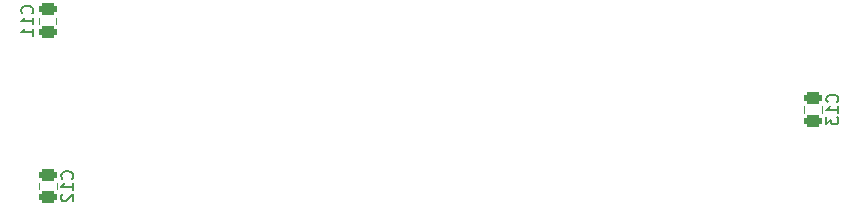
<source format=gbo>
G04 #@! TF.GenerationSoftware,KiCad,Pcbnew,(6.0.10)*
G04 #@! TF.CreationDate,2023-02-06T13:43:24-03:00*
G04 #@! TF.ProjectId,PowerSupply_HW,506f7765-7253-4757-9070-6c795f48572e,rev?*
G04 #@! TF.SameCoordinates,Original*
G04 #@! TF.FileFunction,Legend,Bot*
G04 #@! TF.FilePolarity,Positive*
%FSLAX46Y46*%
G04 Gerber Fmt 4.6, Leading zero omitted, Abs format (unit mm)*
G04 Created by KiCad (PCBNEW (6.0.10)) date 2023-02-06 13:43:24*
%MOMM*%
%LPD*%
G01*
G04 APERTURE LIST*
G04 Aperture macros list*
%AMRoundRect*
0 Rectangle with rounded corners*
0 $1 Rounding radius*
0 $2 $3 $4 $5 $6 $7 $8 $9 X,Y pos of 4 corners*
0 Add a 4 corners polygon primitive as box body*
4,1,4,$2,$3,$4,$5,$6,$7,$8,$9,$2,$3,0*
0 Add four circle primitives for the rounded corners*
1,1,$1+$1,$2,$3*
1,1,$1+$1,$4,$5*
1,1,$1+$1,$6,$7*
1,1,$1+$1,$8,$9*
0 Add four rect primitives between the rounded corners*
20,1,$1+$1,$2,$3,$4,$5,0*
20,1,$1+$1,$4,$5,$6,$7,0*
20,1,$1+$1,$6,$7,$8,$9,0*
20,1,$1+$1,$8,$9,$2,$3,0*%
G04 Aperture macros list end*
%ADD10C,0.150000*%
%ADD11C,0.120000*%
%ADD12C,7.000000*%
%ADD13R,1.700000X1.700000*%
%ADD14O,1.700000X1.700000*%
%ADD15RoundRect,0.250000X-0.475000X0.250000X-0.475000X-0.250000X0.475000X-0.250000X0.475000X0.250000X0*%
%ADD16RoundRect,0.250000X0.475000X-0.250000X0.475000X0.250000X-0.475000X0.250000X-0.475000X-0.250000X0*%
G04 APERTURE END LIST*
D10*
X78297142Y-42087142D02*
X78344761Y-42039523D01*
X78392380Y-41896666D01*
X78392380Y-41801428D01*
X78344761Y-41658571D01*
X78249523Y-41563333D01*
X78154285Y-41515714D01*
X77963809Y-41468095D01*
X77820952Y-41468095D01*
X77630476Y-41515714D01*
X77535238Y-41563333D01*
X77440000Y-41658571D01*
X77392380Y-41801428D01*
X77392380Y-41896666D01*
X77440000Y-42039523D01*
X77487619Y-42087142D01*
X78392380Y-43039523D02*
X78392380Y-42468095D01*
X78392380Y-42753809D02*
X77392380Y-42753809D01*
X77535238Y-42658571D01*
X77630476Y-42563333D01*
X77678095Y-42468095D01*
X78392380Y-43991904D02*
X78392380Y-43420476D01*
X78392380Y-43706190D02*
X77392380Y-43706190D01*
X77535238Y-43610952D01*
X77630476Y-43515714D01*
X77678095Y-43420476D01*
X81677142Y-56107142D02*
X81724761Y-56059523D01*
X81772380Y-55916666D01*
X81772380Y-55821428D01*
X81724761Y-55678571D01*
X81629523Y-55583333D01*
X81534285Y-55535714D01*
X81343809Y-55488095D01*
X81200952Y-55488095D01*
X81010476Y-55535714D01*
X80915238Y-55583333D01*
X80820000Y-55678571D01*
X80772380Y-55821428D01*
X80772380Y-55916666D01*
X80820000Y-56059523D01*
X80867619Y-56107142D01*
X81772380Y-57059523D02*
X81772380Y-56488095D01*
X81772380Y-56773809D02*
X80772380Y-56773809D01*
X80915238Y-56678571D01*
X81010476Y-56583333D01*
X81058095Y-56488095D01*
X80867619Y-57440476D02*
X80820000Y-57488095D01*
X80772380Y-57583333D01*
X80772380Y-57821428D01*
X80820000Y-57916666D01*
X80867619Y-57964285D01*
X80962857Y-58011904D01*
X81058095Y-58011904D01*
X81200952Y-57964285D01*
X81772380Y-57392857D01*
X81772380Y-58011904D01*
X146457142Y-49607142D02*
X146504761Y-49559523D01*
X146552380Y-49416666D01*
X146552380Y-49321428D01*
X146504761Y-49178571D01*
X146409523Y-49083333D01*
X146314285Y-49035714D01*
X146123809Y-48988095D01*
X145980952Y-48988095D01*
X145790476Y-49035714D01*
X145695238Y-49083333D01*
X145600000Y-49178571D01*
X145552380Y-49321428D01*
X145552380Y-49416666D01*
X145600000Y-49559523D01*
X145647619Y-49607142D01*
X146552380Y-50559523D02*
X146552380Y-49988095D01*
X146552380Y-50273809D02*
X145552380Y-50273809D01*
X145695238Y-50178571D01*
X145790476Y-50083333D01*
X145838095Y-49988095D01*
X145552380Y-50892857D02*
X145552380Y-51511904D01*
X145933333Y-51178571D01*
X145933333Y-51321428D01*
X145980952Y-51416666D01*
X146028571Y-51464285D01*
X146123809Y-51511904D01*
X146361904Y-51511904D01*
X146457142Y-51464285D01*
X146504761Y-51416666D01*
X146552380Y-51321428D01*
X146552380Y-51035714D01*
X146504761Y-50940476D01*
X146457142Y-50892857D01*
D11*
X78885000Y-42468748D02*
X78885000Y-42991252D01*
X80355000Y-42468748D02*
X80355000Y-42991252D01*
X80375000Y-57011252D02*
X80375000Y-56488748D01*
X78905000Y-57011252D02*
X78905000Y-56488748D01*
X143685000Y-50511252D02*
X143685000Y-49988748D01*
X145155000Y-50511252D02*
X145155000Y-49988748D01*
%LPC*%
D12*
X150749000Y-40767000D03*
D13*
X151040000Y-48685000D03*
D14*
X151040000Y-51225000D03*
D12*
X98882200Y-124307600D03*
D13*
X112370000Y-68450000D03*
D14*
X109830000Y-68450000D03*
X107290000Y-68450000D03*
X104750000Y-68450000D03*
D12*
X60071000Y-66243200D03*
D13*
X138049000Y-68500000D03*
D14*
X140589000Y-68500000D03*
X143129000Y-68500000D03*
X145669000Y-68500000D03*
D13*
X69885000Y-63900000D03*
D14*
X72425000Y-63900000D03*
D13*
X60520200Y-44219000D03*
D14*
X60520200Y-41679000D03*
D13*
X60511000Y-55081000D03*
D14*
X60511000Y-57621000D03*
X83440200Y-41739000D03*
D13*
X83440200Y-44279000D03*
D14*
X83472600Y-57570200D03*
D13*
X83472600Y-55030200D03*
X121650000Y-68500000D03*
D14*
X124190000Y-68500000D03*
X126730000Y-68500000D03*
X129270000Y-68500000D03*
D13*
X93510000Y-44275000D03*
D14*
X93510000Y-41735000D03*
D13*
X104975000Y-41860000D03*
D14*
X104953000Y-44370400D03*
X104953000Y-56765600D03*
D13*
X104975000Y-59310000D03*
X144445000Y-59005000D03*
D14*
X144424600Y-56460800D03*
D13*
X144445000Y-41860000D03*
D14*
X144424600Y-44370400D03*
D15*
X79620000Y-41780000D03*
X79620000Y-43680000D03*
D16*
X79640000Y-57700000D03*
X79640000Y-55800000D03*
X144420000Y-51200000D03*
X144420000Y-49300000D03*
M02*

</source>
